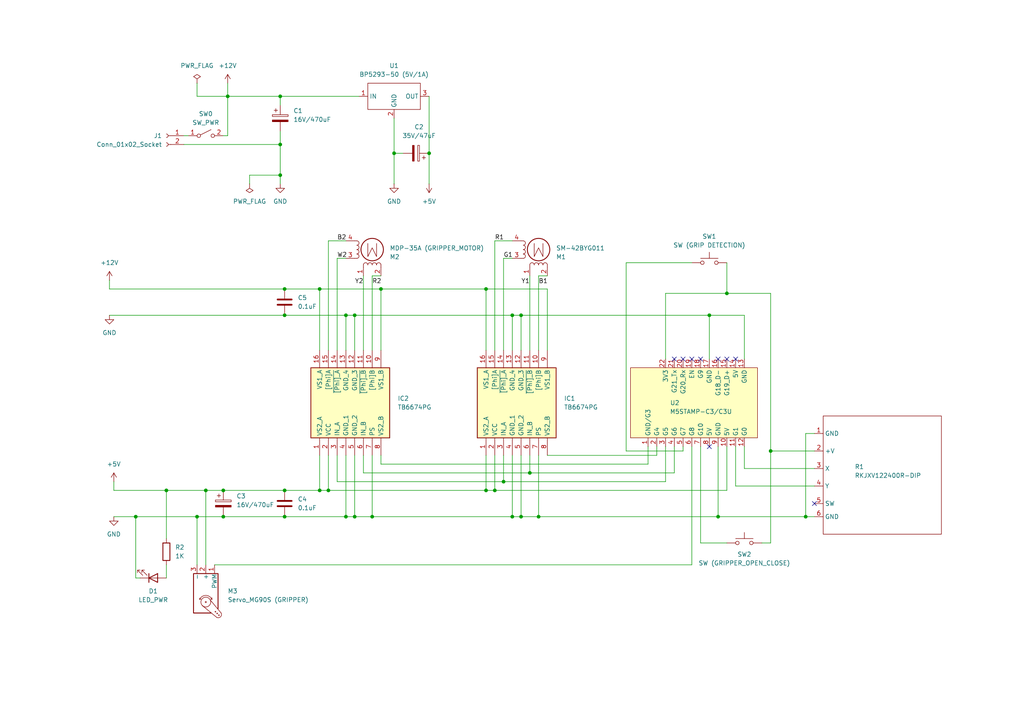
<source format=kicad_sch>
(kicad_sch (version 20250114) (generator "eeschema") (generator_version "9.0")
  (paper "A4")
  (title_block (title "crane_game") (date "2026-01-06"))
  (lib_symbols
    (symbol "Boad_dev:M5STAMP-C3/C3U"
      (property "Reference" "U" (at 0 20.32 0))
      (property "Value" "M5STAMP-C3/C3U" (at 1.27 17.78 0))
      (symbol "M5STAMP-C3/C3U_0_1"
        (rectangle (start -10.16 19.05) (end 10.16 -17.78) (stroke (width 0.1524)) (fill (type background)))
      )
      (symbol "M5STAMP-C3/C3U_1_1"
        (pin bidirectional line (at -12.7 13.97 0) (length 2.54) (name "GND/G3") (number "1"))
        (pin bidirectional line (at -12.7 11.43 0) (length 2.54) (name "G4") (number "2"))
        (pin bidirectional line (at -12.7 8.89 0) (length 2.54) (name "G5") (number "3"))
        (pin bidirectional line (at -12.7 6.35 0) (length 2.54) (name "G6") (number "4"))
        (pin bidirectional line (at -12.7 3.81 0) (length 2.54) (name "G7") (number "5"))
        (pin bidirectional line (at -12.7 1.27 0) (length 2.54) (name "G8") (number "6"))
        (pin bidirectional line (at -12.7 -1.27 0) (length 2.54) (name "G10") (number "7"))
        (pin power_in line (at -12.7 -3.81 0) (length 2.54) (name "5V") (number "8"))
        (pin power_in line (at -12.7 -6.35 0) (length 2.54) (name "GND") (number "9"))
        (pin power_in line (at -12.7 -8.89 0) (length 2.54) (name "5V") (number "10"))
        (pin bidirectional line (at -12.7 -11.43 0) (length 2.54) (name "G1") (number "11"))
        (pin bidirectional line (at -12.7 -13.97 0) (length 2.54) (name "G0") (number "12"))
        (pin power_out line (at 12.7 8.89 180) (length 2.54) (name "3V3") (number "22"))
        (pin bidirectional line (at 12.7 6.35 180) (length 2.54) (name "G21_Tx") (number "21"))
        (pin bidirectional line (at 12.7 3.81 180) (length 2.54) (name "G20_Rx") (number "20"))
        (pin input line (at 12.7 1.27 180) (length 2.54) (name "EN") (number "19"))
        (pin bidirectional line (at 12.7 -1.27 180) (length 2.54) (name "G9") (number "18"))
        (pin power_in line (at 12.7 -3.81 180) (length 2.54) (name "GND") (number "17"))
        (pin bidirectional line (at 12.7 -6.35 180) (length 2.54) (name "G18_D-") (number "16"))
        (pin bidirectional line (at 12.7 -8.89 180) (length 2.54) (name "G19_D+") (number "15"))
        (pin power_in line (at 12.7 -11.43 180) (length 2.54) (name "5V") (number "14"))
        (pin power_in line (at 12.7 -13.97 180) (length 2.54) (name "GND") (number "13"))
      )
    )
    (symbol "Connector:Conn_01x02_Socket" (pin_names (offset 1.016) (hide yes))
      (property "Reference" "J" (at 0 2.54 0))
      (property "Value" "Conn_01x02_Socket" (at 0 -5.08 0))
      (symbol "Conn_01x02_Socket_1_1"
        (polyline (pts (xy -1.27 0) (xy -0.508 0)) (stroke (width 0.1524)))
        (polyline (pts (xy -1.27 -2.54) (xy -0.508 -2.54)) (stroke (width 0.1524)))
        (arc (start 0 -0.508) (mid -0.5058 0) (end 0 0.508) (stroke (width 0.1524)))
        (arc (start 0 -3.048) (mid -0.5058 -2.54) (end 0 -2.032) (stroke (width 0.1524)))
        (pin passive line (at -5.08 0 0) (length 3.81) (name "Pin_1") (number "1"))
        (pin passive line (at -5.08 -2.54 0) (length 3.81) (name "Pin_2") (number "2"))
      )
    )
    (symbol "Device:C" (pin_numbers (hide yes)) (pin_names (offset 0.254))
      (property "Reference" "C" (at 0.635 2.54 0))
      (property "Value" "C" (at 0.635 -2.54 0))
      (symbol "C_0_1"
        (polyline (pts (xy -2.032 0.762) (xy 2.032 0.762)) (stroke (width 0.508)))
        (polyline (pts (xy -2.032 -0.762) (xy 2.032 -0.762)) (stroke (width 0.508)))
      )
      (symbol "C_1_1"
        (pin passive line (at 0 3.81 270) (length 2.794) (name "~") (number "1"))
        (pin passive line (at 0 -3.81 90) (length 2.794) (name "~") (number "2"))
      )
    )
    (symbol "Device:C_Polarized" (pin_numbers (hide yes)) (pin_names (offset 0.254))
      (property "Reference" "C" (at 0.635 2.54 0))
      (property "Value" "C_Polarized" (at 0.635 -2.54 0))
      (symbol "C_Polarized_0_1"
        (rectangle (start -2.286 0.508) (end 2.286 1.016))
        (polyline (pts (xy -1.778 2.286) (xy -0.762 2.286)))
        (polyline (pts (xy -1.27 2.794) (xy -1.27 1.778)))
        (rectangle (start 2.286 -0.508) (end -2.286 -1.016) (fill (type outline)))
      )
      (symbol "C_Polarized_1_1"
        (pin passive line (at 0 3.81 270) (length 2.794) (name "~") (number "1"))
        (pin passive line (at 0 -3.81 90) (length 2.794) (name "~") (number "2"))
      )
    )
    (symbol "Device:LED" (pin_numbers (hide yes)) (pin_names (offset 1.016) (hide yes))
      (property "Reference" "D" (at 0 2.54 0))
      (property "Value" "LED" (at 0 -2.54 0))
      (symbol "LED_0_1"
        (polyline (pts (xy -3.048 -0.762) (xy -4.572 -2.286) (xy -3.81 -2.286) (xy -4.572 -2.286) (xy -4.572 -1.524)))
        (polyline (pts (xy -1.778 -0.762) (xy -3.302 -2.286) (xy -2.54 -2.286) (xy -3.302 -2.286) (xy -3.302 -1.524)))
        (polyline (pts (xy -1.27 0) (xy 1.27 0)))
        (polyline (pts (xy -1.27 -1.27) (xy -1.27 1.27)) (stroke (width 0.254)))
        (polyline (pts (xy 1.27 -1.27) (xy 1.27 1.27) (xy -1.27 0) (xy 1.27 -1.27)) (stroke (width 0.254)))
      )
      (symbol "LED_1_1"
        (pin passive line (at -3.81 0 0) (length 2.54) (name "K") (number "1"))
        (pin passive line (at 3.81 0 180) (length 2.54) (name "A") (number "2"))
      )
    )
    (symbol "Device:R" (pin_numbers (hide yes)) (pin_names (offset 0))
      (property "Reference" "R" (at 2.032 0 90))
      (property "Value" "R" (at 0 0 90))
      (symbol "R_0_1"
        (rectangle (start -1.016 -2.54) (end 1.016 2.54) (stroke (width 0.254)))
      )
      (symbol "R_1_1"
        (pin passive line (at 0 3.81 270) (length 1.27) (name "~") (number "1"))
        (pin passive line (at 0 -3.81 90) (length 1.27) (name "~") (number "2"))
      )
    )
    (symbol "Motor:Motor_Servo" (pin_names (offset 0.0254))
      (property "Reference" "M" (at -5.08 4.445 0))
      (property "Value" "Motor_Servo" (at -5.08 -4.064 0))
      (symbol "Motor_Servo_0_1"
        (polyline (pts (xy 2.413 1.778) (xy 1.905 1.778)))
        (polyline (pts (xy 2.413 1.778) (xy 2.286 1.397)))
        (polyline (pts (xy 2.413 -1.778) (xy 2.032 -1.778)))
        (polyline (pts (xy 2.413 -1.778) (xy 2.286 -1.397)))
        (arc (start 2.413 -1.778) (mid 1.2406 0) (end 2.413 1.778))
        (circle (center 3.175 0) (radius 0.1778))
        (circle (center 3.175 0) (radius 1.4224))
        (polyline (pts (xy 5.08 3.556) (xy -5.08 3.556) (xy -5.08 -3.556) (xy 6.35 -3.556) (xy 6.35 1.524)) (stroke (width 0.254)))
        (circle (center 5.969 2.794) (radius 0.127))
        (polyline (pts (xy 6.35 4.445) (xy 2.54 1.27)))
        (circle (center 6.477 3.302) (radius 0.127))
        (arc (start 6.35 4.445) (mid 7.4487 4.2737) (end 7.62 3.175))
        (circle (center 6.985 3.81) (radius 0.127))
        (polyline (pts (xy 7.62 3.175) (xy 4.191 -1.016)))
      )
      (symbol "Motor_Servo_1_1"
        (pin passive line (at -7.62 2.54 0) (length 2.54) (name "PWM") (number "1"))
        (pin passive line (at -7.62 0 0) (length 2.54) (name "+") (number "2"))
        (pin passive line (at -7.62 -2.54 0) (length 2.54) (name "-") (number "3"))
      )
    )
    (symbol "Motor:Stepper_Motor_bipolar" (pin_names (offset 0) (hide yes))
      (property "Reference" "M" (at 3.81 2.54 0))
      (property "Value" "Stepper_Motor_bipolar" (at 3.81 1.27 0))
      (symbol "Stepper_Motor_bipolar_0_0"
        (polyline (pts (xy -1.27 -1.778) (xy -1.27 2.032) (xy 0 -0.508) (xy 1.27 2.032) (xy 1.27 -1.778)))
      )
      (symbol "Stepper_Motor_bipolar_0_1"
        (polyline (pts (xy -5.08 2.54) (xy -4.445 2.54)))
        (polyline (pts (xy -5.08 -2.54) (xy -4.445 -2.54)))
        (arc (start -4.445 2.54) (mid -3.8127 1.905) (end -4.445 1.27))
        (arc (start -4.445 1.27) (mid -3.8127 0.635) (end -4.445 0))
        (arc (start -4.445 0) (mid -3.8127 -0.635) (end -4.445 -1.27))
        (arc (start -4.445 -1.27) (mid -3.8127 -1.905) (end -4.445 -2.54))
        (polyline (pts (xy -2.54 5.08) (xy -2.54 4.445)))
        (arc (start -1.27 4.445) (mid -1.905 3.8127) (end -2.54 4.445))
        (arc (start 0 4.445) (mid -0.635 3.8127) (end -1.27 4.445))
        (circle (center 0 0) (radius 3.2512) (stroke (width 0.254)))
        (arc (start 1.27 4.445) (mid 0.635 3.8127) (end 0 4.445))
        (arc (start 2.54 4.445) (mid 1.905 3.8127) (end 1.27 4.445))
        (polyline (pts (xy 2.54 5.08) (xy 2.54 4.445)))
      )
      (symbol "Stepper_Motor_bipolar_1_1"
        (pin passive line (at -7.62 2.54 0) (length 2.54) (name "~") (number "3"))
        (pin passive line (at -7.62 -2.54 0) (length 2.54) (name "~") (number "4"))
        (pin passive line (at -2.54 7.62 270) (length 2.54) (name "~") (number "1"))
        (pin passive line (at 2.54 7.62 270) (length 2.54) (name "-") (number "2"))
      )
    )
    (symbol "MySymbols:BP5293-50"
      (property "Reference" "U" (at 0 7.112 0))
      (property "Value" "BP5293-50" (at 0.254 5.08 0))
      (symbol "BP5293-50_0_1"
        (rectangle (start -7.62 -3.81) (end 7.62 3.81))
      )
      (symbol "BP5293-50_1_1"
        (pin power_in line (at -10.16 0 0) (length 2.54) (name "IN") (number "1"))
        (pin power_in line (at 0 -6.35 90) (length 2.54) (name "GND") (number "2"))
        (pin power_out line (at 10.16 0 180) (length 2.54) (name "OUT") (number "3"))
      )
    )
    (symbol "MySymbols:RKJXV122400R-DIP"
      (property "Reference" "R" (at 0 20.32 0))
      (property "Value" "RKJXV122400R-DIP" (at 0 0 0))
      (symbol "RKJXV122400R-DIP_0_1"
        (rectangle (start -16.51 16.51) (end 17.78 -17.78))
      )
      (symbol "RKJXV122400R-DIP_1_1"
        (pin power_in line (at -19.05 11.43 0) (length 2.54) (name "GND") (number "1"))
        (pin power_in line (at -19.05 6.35 0) (length 2.54) (name "+V") (number "2"))
        (pin output line (at -19.05 1.27 0) (length 2.54) (name "X") (number "3"))
        (pin output line (at -19.05 -3.81 0) (length 2.54) (name "Y") (number "4"))
        (pin output line (at -19.05 -8.89 0) (length 2.54) (name "SW") (number "5"))
        (pin power_in line (at -19.05 -12.7 0) (length 2.54) (name "GND") (number "6"))
      )
    )
    (symbol "Switch:SW_Push" (pin_numbers (hide yes)) (pin_names (offset 1.016) (hide yes))
      (property "Reference" "SW" (at 1.27 2.54 0))
      (property "Value" "SW_Push" (at 0 -1.524 0))
      (symbol "SW_Push_0_1"
        (circle (center -2.032 0) (radius 0.508))
        (polyline (pts (xy 0 1.27) (xy 0 3.048)))
        (circle (center 2.032 0) (radius 0.508))
        (polyline (pts (xy 2.54 1.27) (xy -2.54 1.27)))
        (pin passive line (at -5.08 0 0) (length 2.54) (name "1") (number "1"))
        (pin passive line (at 5.08 0 180) (length 2.54) (name "2") (number "2"))
      )
    )
    (symbol "Switch:SW_SPST" (pin_names (offset 0) (hide yes))
      (property "Reference" "SW" (at 0 3.175 0))
      (property "Value" "SW_SPST" (at 0 -2.54 0))
      (symbol "SW_SPST_0_0"
        (circle (center -2.032 0) (radius 0.508))
        (polyline (pts (xy -1.524 0.254) (xy 1.524 1.778)))
        (circle (center 2.032 0) (radius 0.508))
      )
      (symbol "SW_SPST_1_1"
        (pin passive line (at -5.08 0 0) (length 2.54) (name "A") (number "1"))
        (pin passive line (at 5.08 0 180) (length 2.54) (name "B") (number "2"))
      )
    )
    (symbol "TB6674PG:TB6674PG"
      (property "Reference" "IC" (at 26.67 7.62 0))
      (property "Value" "TB6674PG" (at 26.67 5.08 0))
      (symbol "TB6674PG_1_1"
        (rectangle (start 5.08 2.54) (end 25.4 -20.32) (stroke (width 0.254)) (fill (type background)))
        (pin passive line (at 0 0 0) (length 5.08) (name "VS2_A") (number "1"))
        (pin passive line (at 0 -2.54 0) (length 5.08) (name "VCC") (number "2"))
        (pin passive line (at 0 -5.08 0) (length 5.08) (name "IN_A") (number "3"))
        (pin passive line (at 0 -7.62 0) (length 5.08) (name "GND_1") (number "4"))
        (pin passive line (at 0 -10.16 0) (length 5.08) (name "GND_2") (number "5"))
        (pin passive line (at 0 -12.7 0) (length 5.08) (name "IN_B") (number "6"))
        (pin passive line (at 0 -15.24 0) (length 5.08) (name "PS") (number "7"))
        (pin passive line (at 0 -17.78 0) (length 5.08) (name "VS2_B") (number "8"))
        (pin passive line (at 30.48 0 180) (length 5.08) (name "VS1_A") (number "16"))
        (pin passive line (at 30.48 -2.54 180) (length 5.08) (name "[Phi]A") (number "15"))
        (pin passive line (at 30.48 -5.08 180) (length 5.08) (name "~{[Phi]_A}") (number "14"))
        (pin passive line (at 30.48 -7.62 180) (length 5.08) (name "GND_4") (number "13"))
        (pin passive line (at 30.48 -10.16 180) (length 5.08) (name "GND_3") (number "12"))
        (pin passive line (at 30.48 -12.7 180) (length 5.08) (name "~{[Phi]_B}") (number "11"))
        (pin passive line (at 30.48 -15.24 180) (length 5.08) (name "[Phi]B") (number "10"))
        (pin passive line (at 30.48 -17.78 180) (length 5.08) (name "VS1_B") (number "9"))
      )
    )
    (symbol "power:+12V" (power) (pin_numbers (hide yes)) (pin_names (offset 0) (hide yes))
      (property "Value" "+12V" (at 0 3.556 0))
      (symbol "+12V_0_1"
        (polyline (pts (xy -0.762 1.27) (xy 0 2.54)))
        (polyline (pts (xy 0 2.54) (xy 0.762 1.27)))
        (polyline (pts (xy 0 0) (xy 0 2.54)))
      )
      (symbol "+12V_1_1"
        (pin power_in line (at 0 0 90) (length 0) (name "~") (number "1"))
      )
    )
    (symbol "power:+5V" (power) (pin_numbers (hide yes)) (pin_names (offset 0) (hide yes))
      (property "Value" "+5V" (at 0 3.556 0))
      (symbol "+5V_0_1"
        (polyline (pts (xy -0.762 1.27) (xy 0 2.54)))
        (polyline (pts (xy 0 2.54) (xy 0.762 1.27)))
        (polyline (pts (xy 0 0) (xy 0 2.54)))
      )
      (symbol "+5V_1_1"
        (pin power_in line (at 0 0 90) (length 0) (name "~") (number "1"))
      )
    )
    (symbol "power:GND" (power) (pin_numbers (hide yes)) (pin_names (offset 0) (hide yes))
      (property "Value" "GND" (at 0 -3.81 0))
      (symbol "GND_0_1"
        (polyline (pts (xy 0 0) (xy 0 -1.27) (xy 1.27 -1.27) (xy 0 -2.54) (xy -1.27 -1.27) (xy 0 -1.27)))
      )
      (symbol "GND_1_1"
        (pin power_in line (at 0 0 270) (length 0) (name "~") (number "1"))
      )
    )
    (symbol "power:PWR_FLAG" (power) (pin_numbers (hide yes)) (pin_names (offset 0) (hide yes))
      (property "Value" "PWR_FLAG" (at 0 3.81 0))
      (symbol "PWR_FLAG_0_0"
        (pin power_out line (at 0 0 90) (length 0) (name "~") (number "1"))
      )
      (symbol "PWR_FLAG_0_1"
        (polyline (pts (xy 0 0) (xy 0 1.27) (xy -1.016 1.905) (xy 0 2.54) (xy 1.016 1.905) (xy 0 1.27)))
      )
    )
  )
  (junction (at 140.97 83.82))
  (junction (at 143.51 142.24))
  (junction (at 210.82 85.09))
  (junction (at 82.55 142.24))
  (junction (at 140.97 142.24))
  (junction (at 64.77 149.86))
  (junction (at 146.05 139.7))
  (junction (at 48.26 142.24))
  (junction (at 148.59 149.86))
  (junction (at 151.13 149.86))
  (junction (at 57.15 149.86))
  (junction (at 153.67 137.16))
  (junction (at 205.74 91.44))
  (junction (at 100.33 149.86))
  (junction (at 81.28 27.94))
  (junction (at 114.3 44.45))
  (junction (at 64.77 142.24))
  (junction (at 110.49 83.82))
  (junction (at 92.71 83.82))
  (junction (at 223.52 130.81))
  (junction (at 66.04 27.94))
  (junction (at 81.28 50.8))
  (junction (at 100.33 91.44))
  (junction (at 82.55 149.86))
  (junction (at 107.95 149.86))
  (junction (at 92.71 142.24))
  (junction (at 102.87 91.44))
  (junction (at 148.59 91.44))
  (junction (at 82.55 83.82))
  (junction (at 156.21 149.86))
  (junction (at 59.69 142.24))
  (junction (at 208.28 149.86))
  (junction (at 124.46 44.45))
  (junction (at 82.55 91.44))
  (junction (at 39.37 149.86))
  (junction (at 233.68 149.86))
  (junction (at 102.87 149.86))
  (junction (at 81.28 41.91))
  (junction (at 151.13 91.44))
  (junction (at 95.25 142.24))
  (no_connect (at 205.74 129.54))
  (no_connect (at 195.58 104.14))
  (no_connect (at 198.12 104.14))
  (no_connect (at 208.28 104.14))
  (no_connect (at 236.22 146.05))
  (no_connect (at 200.66 104.14))
  (no_connect (at 213.36 104.14))
  (no_connect (at 203.2 104.14))
  (no_connect (at 210.82 104.14))
  (wire (pts (xy 53.34 39.37) (xy 54.61 39.37)))
  (wire (pts (xy 92.71 142.24) (xy 95.25 142.24)))
  (wire (pts (xy 233.68 125.73) (xy 233.68 149.86)))
  (wire (pts (xy 48.26 142.24) (xy 59.69 142.24)))
  (wire (pts (xy 151.13 91.44) (xy 151.13 101.6)))
  (wire (pts (xy 140.97 142.24) (xy 143.51 142.24)))
  (wire (pts (xy 195.58 137.16) (xy 153.67 137.16)))
  (wire (pts (xy 195.58 129.54) (xy 195.58 137.16)))
  (wire (pts (xy 151.13 91.44) (xy 205.74 91.44)))
  (wire (pts (xy 31.75 91.44) (xy 82.55 91.44)))
  (wire (pts (xy 92.71 83.82) (xy 92.71 101.6)))
  (wire (pts (xy 102.87 91.44) (xy 102.87 101.6)))
  (wire (pts (xy 233.68 125.73) (xy 236.22 125.73)))
  (wire (pts (xy 66.04 39.37) (xy 66.04 27.94)))
  (wire (pts (xy 116.84 44.45) (xy 114.3 44.45)))
  (wire (pts (xy 205.74 104.14) (xy 205.74 91.44)))
  (wire (pts (xy 140.97 132.08) (xy 140.97 142.24)))
  (wire (pts (xy 148.59 91.44) (xy 148.59 101.6)))
  (wire (pts (xy 105.41 137.16) (xy 153.67 137.16)))
  (wire (pts (xy 33.02 142.24) (xy 48.26 142.24)))
  (wire (pts (xy 143.51 132.08) (xy 143.51 142.24)))
  (wire (pts (xy 66.04 24.13) (xy 66.04 27.94)))
  (wire (pts (xy 215.9 135.89) (xy 215.9 129.54)))
  (wire (pts (xy 114.3 34.29) (xy 114.3 44.45)))
  (wire (pts (xy 187.96 134.62) (xy 110.49 134.62)))
  (wire (pts (xy 39.37 149.86) (xy 39.37 167.64)))
  (wire (pts (xy 48.26 142.24) (xy 48.26 156.21)))
  (wire (pts (xy 59.69 142.24) (xy 64.77 142.24)))
  (wire (pts (xy 124.46 44.45) (xy 124.46 53.34)))
  (wire (pts (xy 72.39 53.34) (xy 72.39 50.8)))
  (wire (pts (xy 92.71 132.08) (xy 92.71 142.24)))
  (wire (pts (xy 31.75 83.82) (xy 82.55 83.82)))
  (wire (pts (xy 208.28 129.54) (xy 208.28 149.86)))
  (wire (pts (xy 210.82 129.54) (xy 210.82 142.24)))
  (wire (pts (xy 92.71 83.82) (xy 110.49 83.82)))
  (wire (pts (xy 100.33 132.08) (xy 100.33 149.86)))
  (wire (pts (xy 146.05 74.93) (xy 148.59 74.93)))
  (wire (pts (xy 124.46 27.94) (xy 124.46 44.45)))
  (wire (pts (xy 57.15 149.86) (xy 57.15 163.83)))
  (wire (pts (xy 97.79 74.93) (xy 97.79 101.6)))
  (wire (pts (xy 210.82 85.09) (xy 223.52 85.09)))
  (wire (pts (xy 156.21 80.01) (xy 156.21 101.6)))
  (wire (pts (xy 100.33 149.86) (xy 102.87 149.86)))
  (wire (pts (xy 187.96 129.54) (xy 187.96 134.62)))
  (wire (pts (xy 153.67 80.01) (xy 153.67 101.6)))
  (wire (pts (xy 153.67 132.08) (xy 153.67 137.16)))
  (wire (pts (xy 81.28 50.8) (xy 81.28 53.34)))
  (wire (pts (xy 158.75 83.82) (xy 158.75 101.6)))
  (wire (pts (xy 110.49 134.62) (xy 110.49 132.08)))
  (wire (pts (xy 205.74 91.44) (xy 215.9 91.44)))
  (wire (pts (xy 81.28 38.1) (xy 81.28 41.91)))
  (wire (pts (xy 181.61 76.2) (xy 200.66 76.2)))
  (wire (pts (xy 110.49 80.01) (xy 107.95 80.01)))
  (wire (pts (xy 81.28 27.94) (xy 81.28 30.48)))
  (wire (pts (xy 100.33 91.44) (xy 102.87 91.44)))
  (wire (pts (xy 148.59 132.08) (xy 148.59 149.86)))
  (wire (pts (xy 59.69 142.24) (xy 59.69 163.83)))
  (wire (pts (xy 151.13 149.86) (xy 156.21 149.86)))
  (wire (pts (xy 100.33 91.44) (xy 100.33 101.6)))
  (wire (pts (xy 33.02 149.86) (xy 39.37 149.86)))
  (wire (pts (xy 62.23 163.83) (xy 200.66 163.83)))
  (wire (pts (xy 158.75 80.01) (xy 156.21 80.01)))
  (wire (pts (xy 190.5 132.08) (xy 158.75 132.08)))
  (wire (pts (xy 72.39 50.8) (xy 81.28 50.8)))
  (wire (pts (xy 193.04 85.09) (xy 210.82 85.09)))
  (wire (pts (xy 148.59 149.86) (xy 151.13 149.86)))
  (wire (pts (xy 210.82 76.2) (xy 210.82 85.09)))
  (wire (pts (xy 140.97 83.82) (xy 140.97 101.6)))
  (wire (pts (xy 198.12 129.54) (xy 198.12 130.81)))
  (wire (pts (xy 107.95 132.08) (xy 107.95 149.86)))
  (wire (pts (xy 143.51 69.85) (xy 143.51 101.6)))
  (wire (pts (xy 110.49 83.82) (xy 110.49 101.6)))
  (wire (pts (xy 156.21 149.86) (xy 208.28 149.86)))
  (wire (pts (xy 223.52 130.81) (xy 223.52 157.48)))
  (wire (pts (xy 102.87 91.44) (xy 148.59 91.44)))
  (wire (pts (xy 156.21 132.08) (xy 156.21 149.86)))
  (wire (pts (xy 193.04 129.54) (xy 193.04 139.7)))
  (wire (pts (xy 215.9 104.14) (xy 215.9 91.44)))
  (wire (pts (xy 213.36 140.97) (xy 236.22 140.97)))
  (wire (pts (xy 200.66 129.54) (xy 200.66 163.83)))
  (wire (pts (xy 81.28 27.94) (xy 104.14 27.94)))
  (wire (pts (xy 105.41 137.16) (xy 105.41 132.08)))
  (wire (pts (xy 203.2 129.54) (xy 203.2 157.48)))
  (wire (pts (xy 95.25 69.85) (xy 100.33 69.85)))
  (wire (pts (xy 97.79 139.7) (xy 146.05 139.7)))
  (wire (pts (xy 190.5 129.54) (xy 190.5 132.08)))
  (wire (pts (xy 223.52 130.81) (xy 236.22 130.81)))
  (wire (pts (xy 97.79 74.93) (xy 100.33 74.93)))
  (wire (pts (xy 57.15 27.94) (xy 66.04 27.94)))
  (wire (pts (xy 95.25 69.85) (xy 95.25 101.6)))
  (wire (pts (xy 39.37 149.86) (xy 57.15 149.86)))
  (wire (pts (xy 110.49 83.82) (xy 140.97 83.82)))
  (wire (pts (xy 95.25 142.24) (xy 140.97 142.24)))
  (wire (pts (xy 102.87 149.86) (xy 107.95 149.86)))
  (wire (pts (xy 81.28 41.91) (xy 81.28 50.8)))
  (wire (pts (xy 57.15 149.86) (xy 64.77 149.86)))
  (wire (pts (xy 146.05 132.08) (xy 146.05 139.7)))
  (wire (pts (xy 223.52 85.09) (xy 223.52 130.81)))
  (wire (pts (xy 208.28 149.86) (xy 233.68 149.86)))
  (wire (pts (xy 82.55 83.82) (xy 92.71 83.82)))
  (wire (pts (xy 181.61 130.81) (xy 181.61 76.2)))
  (wire (pts (xy 95.25 132.08) (xy 95.25 142.24)))
  (wire (pts (xy 82.55 91.44) (xy 100.33 91.44)))
  (wire (pts (xy 198.12 130.81) (xy 181.61 130.81)))
  (wire (pts (xy 39.37 167.64) (xy 40.64 167.64)))
  (wire (pts (xy 148.59 69.85) (xy 143.51 69.85)))
  (wire (pts (xy 107.95 149.86) (xy 148.59 149.86)))
  (wire (pts (xy 107.95 80.01) (xy 107.95 101.6)))
  (wire (pts (xy 64.77 39.37) (xy 66.04 39.37)))
  (wire (pts (xy 233.68 149.86) (xy 236.22 149.86)))
  (wire (pts (xy 140.97 83.82) (xy 158.75 83.82)))
  (wire (pts (xy 82.55 149.86) (xy 100.33 149.86)))
  (wire (pts (xy 215.9 135.89) (xy 236.22 135.89)))
  (wire (pts (xy 203.2 157.48) (xy 210.82 157.48)))
  (wire (pts (xy 193.04 139.7) (xy 146.05 139.7)))
  (wire (pts (xy 114.3 44.45) (xy 114.3 53.34)))
  (wire (pts (xy 66.04 27.94) (xy 81.28 27.94)))
  (wire (pts (xy 148.59 91.44) (xy 151.13 91.44)))
  (wire (pts (xy 105.41 80.01) (xy 105.41 101.6)))
  (wire (pts (xy 193.04 104.14) (xy 193.04 85.09)))
  (wire (pts (xy 213.36 129.54) (xy 213.36 140.97)))
  (wire (pts (xy 143.51 142.24) (xy 210.82 142.24)))
  (wire (pts (xy 64.77 142.24) (xy 82.55 142.24)))
  (wire (pts (xy 97.79 139.7) (xy 97.79 132.08)))
  (wire (pts (xy 102.87 132.08) (xy 102.87 149.86)))
  (wire (pts (xy 146.05 74.93) (xy 146.05 101.6)))
  (wire (pts (xy 64.77 149.86) (xy 82.55 149.86)))
  (wire (pts (xy 57.15 27.94) (xy 57.15 24.13)))
  (wire (pts (xy 33.02 142.24) (xy 33.02 139.7)))
  (wire (pts (xy 31.75 83.82) (xy 31.75 81.28)))
  (wire (pts (xy 223.52 157.48) (xy 220.98 157.48)))
  (wire (pts (xy 82.55 142.24) (xy 92.71 142.24)))
  (wire (pts (xy 151.13 132.08) (xy 151.13 149.86)))
  (wire (pts (xy 48.26 163.83) (xy 48.26 167.64)))
  (wire (pts (xy 53.34 41.91) (xy 81.28 41.91)))
  (label "Y1" (at 153.67 82.55 180))
  (label "B1" (at 156.21 82.55 0))
  (label "G1" (at 146.05 74.93 0))
  (label "Y2" (at 105.41 82.55 180))
  (label "R2" (at 107.95 82.55 0))
  (label "W2" (at 97.79 74.93 0))
  (label "B2" (at 97.79 69.85 0))
  (label "R1" (at 143.51 69.85 0))
  (symbol (lib_id "Device:R") (at 48.26 160.02 0) (unit 1)
    (property "Reference" "R2" (at 50.8 158.7499 0) (effects (justify left)))
    (property "Value" "1K" (at 50.8 161.2899 0) (effects (justify left)))
    (property "Footprint" "Resistor_THT:R_Axial_DIN0309_L9.0mm_D3.2mm_P12.70mm_Horizontal" (effects (hide yes)))
    (property "Description" "Resistor" (effects (hide yes)))
  )
  (symbol (lib_id "Motor:Motor_Servo") (at 59.69 171.45 270) (unit 1)
    (property "Reference" "M3" (at 66.04 171.436 90) (effects (justify left)))
    (property "Value" "Servo_MG90S (GRIPPER)" (at 66.04 173.976 90) (effects (justify left)))
    (property "Footprint" "Connector_PinHeader_2.54mm:PinHeader_1x03_P2.54mm_Vertical" (effects (hide yes)))
    (property "Datasheet" "http://forums.parallax.com/uploads/attachments/46831/74481.png" (effects (hide yes)))
    (property "Description" "Servo Motor (Futaba, HiTec, JR connector)" (effects (hide yes)))
  )
  (symbol (lib_id "MySymbols:BP5293-50") (at 114.3 27.94 0) (unit 1)
    (property "Reference" "U1" (at 114.3 19.05 0))
    (property "Value" "BP5293-50 (5V/1A)" (at 114.3 21.59 0))
    (property "Footprint" "Connector_PinHeader_2.54mm:PinHeader_1x03_P2.54mm_Vertical" (effects (hide yes)))
  )
  (symbol (lib_id "power:+12V") (at 66.04 24.13 0) (unit 1)
    (property "Reference" "#PWR01" (effects (hide yes)))
    (property "Value" "+12V" (at 66.04 19.05 0))
    (property "Description" "Power symbol creates a global label with name \"+12V\"" (effects (hide yes)))
  )
  (symbol (lib_id "Motor:Stepper_Motor_bipolar") (at 107.95 72.39 0) (mirror x) (unit 1)
    (property "Reference" "M2" (at 113.03 74.511 0) (effects (justify left)))
    (property "Value" "MDP-35A (GRIPPER_MOTOR)" (at 113.03 71.971 0) (effects (justify left)))
    (property "Footprint" "MyFootPrints:PinHeader_1x04_P2.54mm_Vertical_MOTOR" (effects (hide yes)))
    (property "Datasheet" "http://www.infineon.com/dgdl/Application-Note-TLE8110EE_driving_UniPolarStepperMotor_V1.1.pdf?fileId=db3a30431be39b97011be5d0aa0a00b0" (effects (hide yes)))
    (property "Description" "4-wire bipolar stepper motor" (effects (hide yes)))
  )
  (symbol (lib_id "Motor:Stepper_Motor_bipolar") (at 156.21 72.39 0) (mirror x) (unit 1)
    (property "Reference" "M1" (at 161.29 74.511 0) (effects (justify left)))
    (property "Value" "SM-42BYG011" (at 161.29 71.971 0) (effects (justify left)))
    (property "Footprint" "MyFootPrints:PinHeader_1x04_P2.54mm_Vertical_MOTOR" (effects (hide yes)))
    (property "Datasheet" "http://www.infineon.com/dgdl/Application-Note-TLE8110EE_driving_UniPolarStepperMotor_V1.1.pdf?fileId=db3a30431be39b97011be5d0aa0a00b0" (effects (hide yes)))
    (property "Description" "4-wire bipolar stepper motor" (effects (hide yes)))
  )
  (symbol (lib_id "Device:C_Polarized") (at 81.28 34.29 0) (unit 1)
    (property "Reference" "C1" (at 85.09 32.1309 0) (effects (justify left)))
    (property "Value" "16V/470uF" (at 85.09 34.6709 0) (effects (justify left)))
    (property "Footprint" "Capacitor_THT:CP_Radial_D8.0mm_P3.50mm" (effects (hide yes)))
    (property "Description" "Polarized capacitor" (effects (hide yes)))
  )
  (symbol (lib_id "Boad_dev:M5STAMP-C3/C3U") (at 201.93 116.84 90) (unit 1)
    (property "Reference" "U2" (at 197.104 116.84 90) (effects (justify left)))
    (property "Value" "M5STAMP-C3/C3U" (at 212.344 119.38 90) (effects (justify left)))
    (property "Footprint" "MyFootPrints:M5STAMP-C3C3U" (effects (hide yes)))
    (property "Datasheet" "https://docs.m5stack.com/en/core/stamp_c3" (effects (hide yes)))
  )
  (symbol (lib_id "power:+5V") (at 124.46 53.34 0) (mirror x) (unit 1)
    (property "Reference" "#PWR04" (effects (hide yes)))
    (property "Value" "+5V" (at 124.46 58.42 0))
    (property "Description" "Power symbol creates a global label with name \"+5V\"" (effects (hide yes)))
  )
  (symbol (lib_id "Device:C") (at 82.55 87.63 0) (unit 1)
    (property "Reference" "C5" (at 86.36 86.3599 0) (effects (justify left)))
    (property "Value" "0.1uF" (at 86.36 88.8999 0) (effects (justify left)))
    (property "Footprint" "Capacitor_THT:C_Disc_D5.0mm_W2.5mm_P5.00mm" (effects (hide yes)))
    (property "Description" "Unpolarized capacitor" (effects (hide yes)))
  )
  (symbol (lib_id "Device:C_Polarized") (at 64.77 146.05 0) (unit 1)
    (property "Reference" "C3" (at 68.58 143.8909 0) (effects (justify left)))
    (property "Value" "16V/470uF" (at 68.58 146.4309 0) (effects (justify left)))
    (property "Footprint" "Capacitor_THT:CP_Radial_D8.0mm_P3.50mm" (effects (hide yes)))
    (property "Description" "Polarized capacitor" (effects (hide yes)))
  )
  (symbol (lib_id "Connector:Conn_01x02_Socket") (at 48.26 39.37 0) (mirror y) (unit 1)
    (property "Reference" "J1" (at 46.99 39.3699 0) (effects (justify left)))
    (property "Value" "Conn_01x02_Socket" (at 46.99 41.9099 0) (effects (justify left)))
    (property "Footprint" "TerminalBlock:TerminalBlock_Xinya_XY308-2.54-2P_1x02_P2.54mm_Horizontal" (effects (hide yes)))
    (property "Description" "Generic connector, single row, 01x02, script generated" (effects (hide yes)))
  )
  (symbol (lib_id "power:PWR_FLAG") (at 57.15 24.13 0) (unit 1)
    (property "Reference" "#FLG01" (effects (hide yes)))
    (property "Value" "PWR_FLAG" (at 57.15 19.05 0))
    (property "Description" "Special symbol for telling ERC where power comes from" (effects (hide yes)))
  )
  (symbol (lib_id "power:GND") (at 33.02 149.86 0) (unit 1)
    (property "Reference" "#PWR06" (effects (hide yes)))
    (property "Value" "GND" (at 33.02 154.94 0))
    (property "Description" "Power symbol creates a global label with name \"GND\" , ground" (effects (hide yes)))
  )
  (symbol (lib_id "power:PWR_FLAG") (at 72.39 53.34 0) (mirror x) (unit 1)
    (property "Reference" "#FLG02" (effects (hide yes)))
    (property "Value" "PWR_FLAG" (at 72.39 58.42 0))
    (property "Description" "Special symbol for telling ERC where power comes from" (effects (hide yes)))
  )
  (symbol (lib_id "MySymbols:RKJXV122400R-DIP") (at 255.27 137.16 0) (unit 1)
    (property "Reference" "R1" (at 247.904 135.382 0) (effects (justify left)))
    (property "Value" "RKJXV122400R-DIP" (at 247.904 137.922 0) (effects (justify left)))
    (property "Footprint" "MyFootPrints:JOYSTICK" (effects (hide yes)))
  )
  (symbol (lib_id "TB6674PG:TB6674PG") (at 92.71 132.08 90) (unit 1)
    (property "Reference" "IC2" (at 115.316 115.57 90) (effects (justify right)))
    (property "Value" "TB6674PG" (at 115.316 118.11 90) (effects (justify right)))
    (property "Footprint" "MyFootPrints:DIP762W60P254L1975H445Q16N" (effects (hide yes)))
    (property "Datasheet" "http://www.mouser.com/ds/2/408/DST_TB6674-TDE_EN_21350-472708.pdf" (effects (hide yes)))
    (property "Description" "Motor / Motion / Ignition Controllers & Drivers TWO PHASE BIPOLAR STEPPING MOTOR DRIVER IC PB-FREE" (effects (hide yes)))
    (property "Height" "4.45" (effects (hide yes)))
    (property "Manufacturer_Name" "Toshiba" (effects (hide yes)))
    (property "Manufacturer_Part_Number" "TB6674PG" (effects (hide yes)))
    (property "Mouser Part Number" "N/A" (effects (hide yes)))
    (property "Mouser Price/Stock" "https://www.mouser.co.uk/ProductDetail/Toshiba/TB6674PG?qs=rsevcuukUAxjbvXinVvY9Q%3D%3D" (effects (hide yes)))
  )
  (symbol (lib_id "Switch:SW_Push") (at 215.9 157.48 0) (unit 1)
    (property "Reference" "SW2" (at 215.9 160.782 0))
    (property "Value" "SW (GRIPPER_OPEN_CLOSE)" (at 215.9 163.322 0))
    (property "Footprint" "Button_Switch_THT:SW_PUSH_6mm" (effects (hide yes)))
    (property "Description" "Push button switch, generic, two pins" (effects (hide yes)))
  )
  (symbol (lib_id "Device:LED") (at 44.45 167.64 0) (mirror x) (unit 1)
    (property "Reference" "D1" (at 44.45 171.45 0))
    (property "Value" "LED_PWR" (at 44.45 173.99 0))
    (property "Footprint" "LED_THT:LED_D3.0mm" (effects (hide yes)))
    (property "Description" "Light emitting diode" (effects (hide yes)))
    (property "Sim.Pins" "1=K 2=A" (effects (hide yes)))
  )
  (symbol (lib_id "Switch:SW_Push") (at 205.74 76.2 0) (unit 1)
    (property "Reference" "SW1" (at 205.74 68.58 0))
    (property "Value" "SW (GRIP DETECTION)" (at 205.74 71.12 0))
    (property "Footprint" "Connector_PinHeader_2.54mm:PinHeader_1x02_P2.54mm_Vertical" (effects (hide yes)))
    (property "Description" "Push button switch, generic, two pins" (effects (hide yes)))
  )
  (symbol (lib_id "power:GND") (at 114.3 53.34 0) (unit 1)
    (property "Reference" "#PWR02" (effects (hide yes)))
    (property "Value" "GND" (at 114.3 58.42 0))
    (property "Description" "Power symbol creates a global label with name \"GND\" , ground" (effects (hide yes)))
  )
  (symbol (lib_id "Device:C") (at 82.55 146.05 0) (unit 1)
    (property "Reference" "C4" (at 86.36 144.7799 0) (effects (justify left)))
    (property "Value" "0.1uF" (at 86.36 147.3199 0) (effects (justify left)))
    (property "Footprint" "Capacitor_THT:C_Disc_D5.0mm_W2.5mm_P5.00mm" (effects (hide yes)))
    (property "Description" "Unpolarized capacitor" (effects (hide yes)))
  )
  (symbol (lib_id "Device:C_Polarized") (at 120.65 44.45 270) (mirror x) (unit 1)
    (property "Reference" "C2" (at 121.539 36.83 90))
    (property "Value" "35V/47uF" (at 121.539 39.37 90))
    (property "Footprint" "Capacitor_THT:CP_Radial_D5.0mm_P2.00mm" (effects (hide yes)))
    (property "Description" "Polarized capacitor" (effects (hide yes)))
  )
  (symbol (lib_id "Switch:SW_SPST") (at 59.69 39.37 0) (unit 1)
    (property "Reference" "SW0" (at 59.69 33.02 0))
    (property "Value" "SW_PWR" (at 59.69 35.56 0))
    (property "Footprint" "Button_Switch_THT:SW_Slide-03_Wuerth-WS-SLTV_10x2.5x6.4_P2.54mm" (effects (hide yes)))
    (property "Description" "Single Pole Single Throw (SPST) switch" (effects (hide yes)))
  )
  (symbol (lib_id "power:GND") (at 81.28 53.34 0) (unit 1)
    (property "Reference" "#PWR03" (effects (hide yes)))
    (property "Value" "GND" (at 81.28 58.42 0))
    (property "Description" "Power symbol creates a global label with name \"GND\" , ground" (effects (hide yes)))
  )
  (symbol (lib_id "power:GND") (at 31.75 91.44 0) (unit 1)
    (property "Reference" "#PWR08" (effects (hide yes)))
    (property "Value" "GND" (at 31.75 96.52 0))
    (property "Description" "Power symbol creates a global label with name \"GND\" , ground" (effects (hide yes)))
  )
  (symbol (lib_id "power:+12V") (at 31.75 81.28 0) (unit 1)
    (property "Reference" "#PWR07" (effects (hide yes)))
    (property "Value" "+12V" (at 31.75 76.2 0))
    (property "Description" "Power symbol creates a global label with name \"+12V\"" (effects (hide yes)))
  )
  (symbol (lib_id "power:+5V") (at 33.02 139.7 0) (unit 1)
    (property "Reference" "#PWR05" (effects (hide yes)))
    (property "Value" "+5V" (at 33.02 134.62 0))
    (property "Description" "Power symbol creates a global label with name \"+5V\"" (effects (hide yes)))
  )
  (symbol (lib_id "TB6674PG:TB6674PG") (at 140.97 132.08 90) (unit 1)
    (property "Reference" "IC1" (at 163.576 115.57 90) (effects (justify right)))
    (property "Value" "TB6674PG" (at 163.576 118.11 90) (effects (justify right)))
    (property "Footprint" "MyFootPrints:DIP762W60P254L1975H445Q16N" (effects (hide yes)))
    (property "Datasheet" "http://www.mouser.com/ds/2/408/DST_TB6674-TDE_EN_21350-472708.pdf" (effects (hide yes)))
    (property "Description" "Motor / Motion / Ignition Controllers & Drivers TWO PHASE BIPOLAR STEPPING MOTOR DRIVER IC PB-FREE" (effects (hide yes)))
    (property "Height" "4.45" (effects (hide yes)))
    (property "Manufacturer_Name" "Toshiba" (effects (hide yes)))
    (property "Manufacturer_Part_Number" "TB6674PG" (effects (hide yes)))
    (property "Mouser Part Number" "N/A" (effects (hide yes)))
    (property "Mouser Price/Stock" "https://www.mouser.co.uk/ProductDetail/Toshiba/TB6674PG?qs=rsevcuukUAxjbvXinVvY9Q%3D%3D" (effects (hide yes)))
  )
)
</source>
